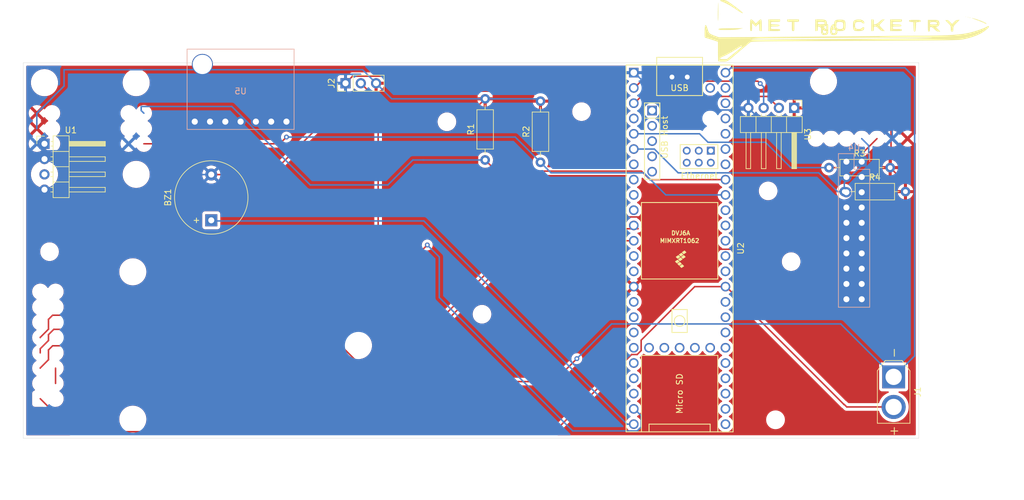
<source format=kicad_pcb>
(kicad_pcb (version 20211014) (generator pcbnew)
  (layers (0 "F.Cu" signal) (31 "B.Cu" signal) (34 "B.Paste" user) (35 "F.Paste" user) (36 "B.SilkS" user "B.Silkscreen") (37 "F.SilkS" user "F.Silkscreen") (38 "B.Mask" user) (39 "F.Mask" user) (44 "Edge.Cuts" user))
  (net 0 "")
  (net 1 "GND")
  (net 2 "VCC")
  (net 3 "T_VCC")
  (net 4 "Net-(R1-Pad1)")
  (net 5 "Net-(R2-Pad1)")
  (net 6 "SCL1")
  (net 7 "SDA1")
  (net 8 "TX2")
  (net 9 "RX2")
  (net 10 "TX1")
  (net 11 "unconnected-(U2-Pad2)")
  (net 12 "unconnected-(U2-Pad3)")
  (net 15 "unconnected-(U2-Pad11)")
  (net 16 "unconnected-(U2-Pad12)")
  (net 17 "T_GND")
  (net 31 "unconnected-(U2-Pad34)")
  (net 42 "Net-(BZ1-Pad1)")
  (net 43 "Net-(J2-Pad2)")
  (net 49 "RX1")
  (footprint "Resistor_THT:R_Axial_DIN0207_L6.3mm_D2.5mm_P10.16mm_Horizontal" (layer "F.Cu") (at 104.446234 38.485526 90)
    (fp_text reference "R2" (at 5.08 -2.37 90) (layer "F.SilkS"))
    (fp_text value "Pull up")
    (pad "1" thru_hole circle (at 0 0 90) (size 1.6 1.6) (drill 0.8) (layers *.Cu *.Mask) (net 5 "Net-(R2-Pad1)"))
    (pad "2" thru_hole oval (at 10.16 0 90) (size 1.6 1.6) (drill 0.8) (layers *.Cu *.Mask) (net 3 "T_VCC"))
  )
  (footprint "Connector_PinHeader_2.54mm:PinHeader_1x04_P2.54mm_Horizontal" (layer "F.Cu") (at 22.015392 35.411575)
    (fp_text reference "U1" (at 4.385 -2.27) (layer "F.SilkS"))
    (fp_text value "iridium9602")
    (pad "1" thru_hole rect (at 0 0) (size 1.7 1.7) (drill 1) (layers *.Cu *.Mask) (net 3 "T_VCC"))
    (pad "2" thru_hole oval (at 0 2.54) (size 1.7 1.7) (drill 1) (layers *.Cu *.Mask) (net 8 "TX2"))
    (pad "3" thru_hole oval (at 0 5.08) (size 1.7 1.7) (drill 1) (layers *.Cu *.Mask) (net 9 "RX2"))
    (pad "4" thru_hole oval (at 0 7.62) (size 1.7 1.7) (drill 1) (layers *.Cu *.Mask) (net 1 "GND"))
  )
  (footprint "Resistor_THT:R_Axial_DIN0207_L6.3mm_D2.5mm_P10.16mm_Horizontal" (layer "F.Cu") (at 152.4 39.37)
    (fp_text reference "R3" (at 5.08 -2.37) (layer "F.SilkS"))
    (fp_text value "Pull up")
    (pad "1" thru_hole circle (at 0 0) (size 1.6 1.6) (drill 0.8) (layers *.Cu *.Mask) (net 6 "SCL1"))
    (pad "2" thru_hole oval (at 10.16 0) (size 1.6 1.6) (drill 0.8) (layers *.Cu *.Mask) (net 3 "T_VCC"))
  )
  (footprint "Resistor_THT:R_Axial_DIN0207_L6.3mm_D2.5mm_P10.16mm_Horizontal" (layer "F.Cu") (at 154.94 43.36056)
    (fp_text reference "R4" (at 5.08 -2.37) (layer "F.SilkS"))
    (fp_text value "Pull up")
    (pad "1" thru_hole circle (at 0 0) (size 1.6 1.6) (drill 0.8) (layers *.Cu *.Mask) (net 7 "SDA1"))
    (pad "2" thru_hole oval (at 10.16 0) (size 1.6 1.6) (drill 0.8) (layers *.Cu *.Mask) (net 3 "T_VCC"))
  )
  (footprint "Resistor_THT:R_Axial_DIN0207_L6.3mm_D2.5mm_P10.16mm_Horizontal" (layer "F.Cu") (at 95.25 38.1 90)
    (fp_text reference "R1" (at 5.08 -2.37 90) (layer "F.SilkS"))
    (fp_text value "Pull up")
    (pad "1" thru_hole circle (at 0 0 90) (size 1.6 1.6) (drill 0.8) (layers *.Cu *.Mask) (net 4 "Net-(R1-Pad1)"))
    (pad "2" thru_hole oval (at 10.16 0 90) (size 1.6 1.6) (drill 0.8) (layers *.Cu *.Mask) (net 3 "T_VCC"))
  )
  (footprint "Connector_AMASS:AMASS_XT30U-F_1x02_P5.0mm_Vertical" (layer "F.Cu") (at 163.139453 74.147704 -90)
    (fp_text reference "J1" (at 2.5 -4 90) (layer "F.SilkS"))
    (fp_text value "Voltage Regulator Input")
    (fp_text user "-" (at -4 0 90) (layer "F.SilkS") (effects (font (size 1.5 1.5))))
    (fp_text user "+" (at 9 0 90) (layer "F.SilkS") (effects (font (size 1.5 1.5))))
    (pad "1" thru_hole rect (at 0 0 270) (size 3.8 3.8) (drill 2.7) (layers *.Cu *.Mask) (net 2 "VCC"))
    (pad "2" thru_hole circle (at 5 0 270) (size 4 4) (drill 2.7) (layers *.Cu *.Mask) (net 1 "GND"))
  )
  (footprint "teensy:Teensy41" (layer "F.Cu") (at 127.570947 52.797101 -90)
    (fp_text reference "U2" (at 0 -10.16 -90) (layer "F.SilkS"))
    (fp_text value "DEV-16771")
    (fp_text user "Ethernet" (at -12.065 -3.2766) (layer "F.SilkS"))
    (fp_text user "MIMXRT1062" (at -1.27 0 -180) (layer "F.SilkS") (effects (font (size 0.7 0.7))))
    (fp_text user "USB" (at -26.67 0 180) (layer "F.SilkS"))
    (fp_text user "DVJ6A" (at -2.54 -0.18 -180) (layer "F.SilkS") (effects (font (size 0.7 0.7))))
    (fp_text user "Micro SD" (at 24.13 0 -90) (layer "F.SilkS"))
    (fp_text user "USB Host" (at -18.4658 2.4892 -90) (layer "F.SilkS"))
    (pad "1" thru_hole rect (at -29.21 7.62 270) (size 1.6 1.6) (drill 1.1) (layers *.Cu *.Mask) (net 10 "TX1"))
    (pad "2" thru_hole circle (at -26.67 7.62 270) (size 1.6 1.6) (drill 1.1) (layers *.Cu *.Mask) (net 11 "unconnected-(U2-Pad2)"))
    (pad "3" thru_hole circle (at -24.13 7.62 270) (size 1.6 1.6) (drill 1.1) (layers *.Cu *.Mask) (net 12 "unconnected-(U2-Pad3)"))
    (pad "4" thru_hole circle (at -21.59 7.62 270) (size 1.6 1.6) (drill 1.1) (layers *.Cu *.Mask))
    (pad "5" thru_hole circle (at -19.05 7.62 270) (size 1.6 1.6) (drill 1.1) (layers *.Cu *.Mask))
    (pad "6" thru_hole circle (at -16.51 7.62 270) (size 1.6 1.6) (drill 1.1) (layers *.Cu *.Mask))
    (pad "7" thru_hole circle (at -13.97 7.62 270) (size 1.6 1.6) (drill 1.1) (layers *.Cu *.Mask) (net 9 "RX2"))
    (pad "8" thru_hole circle (at -11.43 7.62 270) (size 1.6 1.6) (drill 1.1) (layers *.Cu *.Mask) (net 8 "TX2"))
    (pad "9" thru_hole circle (at -8.89 7.62 270) (size 1.6 1.6) (drill 1.1) (layers *.Cu *.Mask))
    (pad "10" thru_hole circle (at -6.35 7.62 270) (size 1.6 1.6) (drill 1.1) (layers *.Cu *.Mask))
    (pad "11" thru_hole circle (at -3.81 7.62 270) (size 1.6 1.6) (drill 1.1) (layers *.Cu *.Mask) (net 15 "unconnected-(U2-Pad11)"))
    (pad "12" thru_hole circle (at -1.27 7.62 270) (size 1.6 1.6) (drill 1.1) (layers *.Cu *.Mask) (net 16 "unconnected-(U2-Pad12)"))
    (pad "13" thru_hole circle (at 1.27 7.62 270) (size 1.6 1.6) (drill 1.1) (layers *.Cu *.Mask))
    (pad "14" thru_hole circle (at 3.81 7.62 270) (size 1.6 1.6) (drill 1.1) (layers *.Cu *.Mask))
    (pad "15" thru_hole circle (at 6.35 7.62 270) (size 1.6 1.6) (drill 1.1) (layers *.Cu *.Mask))
    (pad "16" thru_hole circle (at 8.89 7.62 270) (size 1.6 1.6) (drill 1.1) (layers *.Cu *.Mask) (net 6 "SCL1"))
    (pad "17" thru_hole circle (at 11.43 7.62 270) (size 1.6 1.6) (drill 1.1) (layers *.Cu *.Mask) (net 7 "SDA1"))
    (pad "18" thru_hole circle (at 13.97 7.62 270) (size 1.6 1.6) (drill 1.1) (layers *.Cu *.Mask) (net 5 "Net-(R2-Pad1)"))
    (pad "19" thru_hole circle (at 16.51 7.62 270) (size 1.6 1.6) (drill 1.1) (layers *.Cu *.Mask) (net 4 "Net-(R1-Pad1)"))
    (pad "20" thru_hole circle (at 19.05 7.62 270) (size 1.6 1.6) (drill 1.1) (layers *.Cu *.Mask))
    (pad "21" thru_hole circle (at 21.59 7.62 270) (size 1.6 1.6) (drill 1.1) (layers *.Cu *.Mask))
    (pad "22" thru_hole circle (at 24.13 7.62 270) (size 1.6 1.6) (drill 1.1) (layers *.Cu *.Mask))
    (pad "23" thru_hole circle (at 26.67 7.62 270) (size 1.6 1.6) (drill 1.1) (layers *.Cu *.Mask) (net 43 "Net-(J2-Pad2)"))
    (pad "24" thru_hole circle (at 29.21 7.62 270) (size 1.6 1.6) (drill 1.1) (layers *.Cu *.Mask))
    (pad "25" thru_hole circle (at 29.21 -7.62 270) (size 1.6 1.6) (drill 1.1) (layers *.Cu *.Mask))
    (pad "26" thru_hole circle (at 26.67 -7.62 270) (size 1.6 1.6) (drill 1.1) (layers *.Cu *.Mask))
    (pad "27" thru_hole circle (at 24.13 -7.62 270) (size 1.6 1.6) (drill 1.1) (layers *.Cu *.Mask))
    (pad "28" thru_hole circle (at 21.59 -7.62 270) (size 1.6 1.6) (drill 1.1) (layers *.Cu *.Mask))
    (pad "29" thru_hole circle (at 19.05 -7.62 270) (size 1.6 1.6) (drill 1.1) (layers *.Cu *.Mask))
    (pad "30" thru_hole circle (at 16.51 -7.62 270) (size 1.6 1.6) (drill 1.1) (layers *.Cu *.Mask))
    (pad "31" thru_hole circle (at 13.97 -7.62 270) (size 1.6 1.6) (drill 1.1) (layers *.Cu *.Mask))
    (pad "32" thru_hole circle (at 11.43 -7.62 270) (size 1.6 1.6) (drill 1.1) (layers *.Cu *.Mask))
    (pad "33" thru_hole circle (at 8.89 -7.62 270) (size 1.6 1.6) (drill 1.1) (layers *.Cu *.Mask))
    (pad "34" thru_hole circle (at 6.35 -7.62 270) (size 1.6 1.6) (drill 1.1) (layers *.Cu *.Mask) (net 31 "unconnected-(U2-Pad34)"))
    (pad "35" thru_hole circle (at 3.81 -7.62 270) (size 1.6 1.6) (drill 1.1) (layers *.Cu *.Mask))
    (pad "36" thru_hole circle (at 1.27 -7.62 270) (size 1.6 1.6) (drill 1.1) (layers *.Cu *.Mask))
    (pad "37" thru_hole circle (at -1.27 -7.62 270) (size 1.6 1.6) (drill 1.1) (layers *.Cu *.Mask))
    (pad "38" thru_hole circle (at -3.81 -7.62 270) (size 1.6 1.6) (drill 1.1) (layers *.Cu *.Mask))
    (pad "39" thru_hole circle (at -6.35 -7.62 270) (size 1.6 1.6) (drill 1.1) (layers *.Cu *.Mask))
    (pad "40" thru_hole circle (at -8.89 -7.62 270) (size 1.6 1.6) (drill 1.1) (layers *.Cu *.Mask))
    (pad "41" thru_hole circle (at -11.43 -7.62 270) (size 1.6 1.6) (drill 1.1) (layers *.Cu *.Mask) (net 42 "Net-(BZ1-Pad1)"))
    (pad "42" thru_hole circle (at -13.97 -7.62 270) (size 1.6 1.6) (drill 1.1) (layers *.Cu *.Mask))
    (pad "43" thru_hole circle (at -16.51 -7.62 270) (size 1.6 1.6) (drill 1.1) (layers *.Cu *.Mask))
    (pad "44" thru_hole circle (at -19.05 -7.62 270) (size 1.6 1.6) (drill 1.1) (layers *.Cu *.Mask))
    (pad "45" thru_hole circle (at -21.59 -7.62 270) (size 1.6 1.6) (drill 1.1) (layers *.Cu *.Mask))
    (pad "46" thru_hole circle (at -24.13 -7.62 270) (size 1.6 1.6) (drill 1.1) (layers *.Cu *.Mask))
    (pad "47" thru_hole circle (at -26.67 -7.62 270) (size 1.6 1.6) (drill 1.1) (layers *.Cu *.Mask))
    (pad "48" thru_hole circle (at -29.21 -7.62 270) (size 1.6 1.6) (drill 1.1) (layers *.Cu *.Mask))
    (pad "49" thru_hole circle (at -26.67 -5.08 270) (size 1.6 1.6) (drill 1.1) (layers *.Cu *.Mask))
    (pad "50" thru_hole circle (at 16.51 5.08 270) (size 1.6 1.6) (drill 1.1) (layers *.Cu *.Mask))
    (pad "51" thru_hole circle (at 16.51 2.54 270) (size 1.6 1.6) (drill 1.1) (layers *.Cu *.Mask))
    (pad "52" thru_hole circle (at 16.51 0 270) (size 1.6 1.6) (drill 1.1) (layers *.Cu *.Mask))
    (pad "53" thru_hole circle (at 16.51 -2.54 270) (size 1.6 1.6) (drill 1.1) (layers *.Cu *.Mask))
    (pad "54" thru_hole circle (at 16.51 -5.08 270) (size 1.6 1.6) (drill 1.1) (layers *.Cu *.Mask))
    (pad "55" thru_hole rect (at -22.9108 4.5692 270) (size 1.6 1.6) (drill 1.1) (layers *.Cu *.Mask))
    (pad "56" thru_hole circle (at -20.3708 4.5692 270) (size 1.6 1.6) (drill 1.1) (layers *.Cu *.Mask))
    (pad "57" thru_hole circle (at -17.8308 4.5692 270) (size 1.6 1.6) (drill 1.1) (layers *.Cu *.Mask))
    (pad "58" thru_hole circle (at -15.2908 4.5692 270) (size 1.6 1.6) (drill 1.1) (layers *.Cu *.Mask))
    (pad "59" thru_hole circle (at -12.7508 4.5692 270) (size 1.6 1.6) (drill 1.1) (layers *.Cu *.Mask))
    (pad "60" thru_hole rect (at -16.24 -5.1816 270) (size 1.3 1.3) (drill 0.8) (layers *.Cu *.Mask))
    (pad "61" thru_hole circle (at -16.24 -3.1816 270) (size 1.3 1.3) (drill 0.8) (layers *.Cu *.Mask))
    (pad "62" thru_hole circle (at -16.24 -1.1816 270) (size 1.3 1.3) (drill 0.8) (layers *.Cu *.Mask))
    (pad "63" thru_hole circle (at -14.24 -1.1816 270) (size 1.3 1.3) (drill 0.8) (layers *.Cu *.Mask))
    (pad "64" thru_hole circle (at -14.24 -3.1816 270) (size 1.3 1.3) (drill 0.8) (layers *.Cu *.Mask))
    (pad "65" thru_hole circle (at -14.24 -5.1816 270) (size 1.3 1.3) (drill 0.8) (layers *.Cu *.Mask))
    (pad "66" thru_hole circle (at -28.48 -1.27 270) (size 1.3 1.3) (drill 0.8) (layers *.Cu *.Mask))
    (pad "67" thru_hole circle (at -28.48 1.27 270) (size 1.3 1.3) (drill 0.8) (layers *.Cu *.Mask))
  )
  (footprint "Connector_PinHeader_2.54mm:PinHeader_1x03_P2.54mm_Vertical" (layer "F.Cu") (at 72.046305 25.348094 90)
    (fp_text reference "J2" (at 0 -2.33 90) (layer "F.SilkS"))
    (fp_text value "Conn_01x03_Male")
    (pad "1" thru_hole rect (at 0 0 90) (size 1.7 1.7) (drill 1) (layers *.Cu *.Mask) (net 17 "T_GND"))
    (pad "2" thru_hole oval (at 0 2.54 90) (size 1.7 1.7) (drill 1) (layers *.Cu *.Mask) (net 43 "Net-(J2-Pad2)"))
    (pad "3" thru_hole oval (at 0 5.08 90) (size 1.7 1.7) (drill 1) (layers *.Cu *.Mask) (net 3 "T_VCC"))
  )
  (footprint "Buzzer_Beeper:Buzzer_12x9.5RM7.6" (layer "F.Cu") (at 49.734966 48.126791 90)
    (fp_text reference "BZ1" (at 3.8 -7.2 90) (layer "F.SilkS"))
    (fp_text value "Buzzer")
    (fp_text user "+" (at -0.01 -2.54 90) (layer "F.SilkS"))
    (pad "1" thru_hole rect (at 0 0 90) (size 2 2) (drill 1) (layers *.Cu *.Mask) (net 42 "Net-(BZ1-Pad1)"))
    (pad "2" thru_hole circle (at 7.6 0 90) (size 2 2) (drill 1) (layers *.Cu *.Mask) (net 17 "T_GND"))
  )
  (footprint "Connector_PinHeader_2.54mm:PinHeader_1x04_P2.54mm_Horizontal" (layer "F.Cu") (at 146.614593 29.445319 -90)
    (fp_text reference "U3" (at 4.385 -2.27 90) (layer "F.SilkS"))
    (fp_text value "BN220-GPS")
    (pad "1" thru_hole rect (at 0 0 270) (size 1.7 1.7) (drill 1) (layers *.Cu *.Mask) (net 3 "T_VCC"))
    (pad "2" thru_hole oval (at 0 2.54 270) (size 1.7 1.7) (drill 1) (layers *.Cu *.Mask) (net 10 "TX1"))
    (pad "3" thru_hole oval (at 0 5.08 270) (size 1.7 1.7) (drill 1) (layers *.Cu *.Mask) (net 49 "RX1"))
    (pad "4" thru_hole oval (at 0 7.62 270) (size 1.7 1.7) (drill 1) (layers *.Cu *.Mask) (net 17 "T_GND"))
  )
  (footprint "logo:RRC_logo" (layer "F.Cu") (at 152.4 16.51)
    (fp_text reference "U6" (at 0 0) (layer "F.SilkS") (effects (font (size 1.524 1.524) (thickness 0.3))))
    (fp_text value "logo" hide)
  )
  (footprint "Connector_PinHeader_2.54mm:PinHeader_2x10_P2.54mm_Vertical" (layer "B.Cu") (at 157.831736 38.38434 180)
    (fp_text reference "U4" (at 1.27 2.33) (layer "B.SilkS") (effects (justify mirror)))
    (fp_text value "ICM-20948")
    (pad "1" thru_hole rect (at 0 0 180) (size 1.7 1.7) (drill 1) (layers *.Cu *.Mask))
    (pad "2" thru_hole oval (at 2.54 0 180) (size 1.7 1.7) (drill 1) (layers *.Cu *.Mask))
    (pad "3" thru_hole oval (at 0 -2.54 180) (size 1.7 1.7) (drill 1) (layers *.Cu *.Mask))
    (pad "4" thru_hole oval (at 2.54 -2.54 180) (size 1.7 1.7) (drill 1) (layers *.Cu *.Mask))
    (pad "5" thru_hole oval (at 0 -5.08 180) (size 1.7 1.7) (drill 1) (layers *.Cu *.Mask))
    (pad "6" thru_hole oval (at 2.54 -5.08 180) (size 1.7 1.7) (drill 1) (layers *.Cu *.Mask))
    (pad "7" thru_hole oval (at 0 -7.62 180) (size 1.7 1.7) (drill 1) (layers *.Cu *.Mask))
    (pad "8" thru_hole oval (at 2.54 -7.62 180) (size 1.7 1.7) (drill 1) (layers *.Cu *.Mask) (net 3 "T_VCC"))
    (pad "9" thru_hole oval (at 0 -10.16 180) (size 1.7 1.7) (drill 1) (layers *.Cu *.Mask))
    (pad "10" thru_hole oval (at 2.54 -10.16 180) (size 1.7 1.7) (drill 1) (layers *.Cu *.Mask))
    (pad "11" thru_hole oval (at 0 -12.7 180) (size 1.7 1.7) (drill 1) (layers *.Cu *.Mask))
    (pad "12" thru_hole oval (at 2.54 -12.7 180) (size 1.7 1.7) (drill 1) (layers *.Cu *.Mask))
    (pad "13" thru_hole oval (at 0 -15.24 180) (size 1.7 1.7) (drill 1) (layers *.Cu *.Mask) (net 3 "T_VCC"))
    (pad "14" thru_hole oval (at 2.54 -15.24 180) (size 1.7 1.7) (drill 1) (layers *.Cu *.Mask))
    (pad "15" thru_hole oval (at 0 -17.78 180) (size 1.7 1.7) (drill 1) (layers *.Cu *.Mask))
    (pad "16" thru_hole oval (at 2.54 -17.78 180) (size 1.7 1.7) (drill 1) (layers *.Cu *.Mask))
    (pad "17" thru_hole oval (at 0 -20.32 180) (size 1.7 1.7) (drill 1) (layers *.Cu *.Mask))
    (pad "18" thru_hole oval (at 2.54 -20.32 180) (size 1.7 1.7) (drill 1) (layers *.Cu *.Mask) (net 17 "T_GND"))
    (pad "19" thru_hole oval (at 0 -22.86 180) (size 1.7 1.7) (drill 1) (layers *.Cu *.Mask) (net 17 "T_GND"))
    (pad "20" thru_hole oval (at 2.54 -22.86 180) (size 1.7 1.7) (drill 1) (layers *.Cu *.Mask) (net 17 "T_GND"))
  )
  (footprint "ms5611:1x07" (layer "B.Cu") (at 54.61 35.56 180)
    (fp_text reference "U5" (at 0 8.89) (layer "B.SilkS") (effects (justify mirror)))
    (fp_text value "MS5611")
    (pad "" thru_hole circle locked (at 6.35 13.335 180) (size 3.5 3.5) (drill 3.2) (layers *.Cu *.Mask))
    (pad "1" thru_hole circle locked (at -7.62 3.83 270) (size 1.7 1.7) (drill 1.02) (layers *.Cu *.Mask) (net 3 "T_VCC"))
    (pad "2" thru_hole circle locked (at -5.08 3.83 270) (size 1.7 1.7) (drill 1.02) (layers *.Cu *.Mask) (net 17 "T_GND"))
    (pad "3" thru_hole circle locked (at -2.54 3.83 270) (size 1.7 1.7) (drill 1.02) (layers *.Cu *.Mask) (net 6 "SCL1"))
    (pad "4" thru_hole circle locked (at 0 3.83 270) (size 1.7 1.7) (drill 1.02) (layers *.Cu *.Mask) (net 7 "SDA1"))
    (pad "5" thru_hole circle locked (at 2.54 3.83 270) (size 1.7 1.7) (drill 1.02) (layers *.Cu *.Mask))
    (pad "6" thru_hole circle locked (at 5.08 3.83 270) (size 1.7 1.7) (drill 1.02) (layers *.Cu *.Mask))
    (pad "7" thru_hole circle locked (at 7.62 3.83 270) (size 1.7 1.7) (drill 1.02) (layers *.Cu *.Mask))
  )
  (gr_rect (start 18.486196 21.926715) (end 167.332551 84.359504) (layer "Edge.Cuts") (width 0.05) (fill none))
  (segment (start 23.855623 72.697113) (end 23.855623 75.237113) (width 0.25) (layer "F.Cu") (net 0))
  (segment (start 22.681112 69.670614) (end 23.369124 68.982602) (width 0.25) (layer "F.Cu") (net 2))
  (segment (start 71.311449 68.982602) (end 77.258847 74.93) (width 0.25) (layer "F.Cu") (net 2))
  (segment (start 21.315623 72.664377) (end 22.681112 71.298888) (width 0.25) (layer "F.Cu") (net 2))
  (segment (start 106.68 74.93) (end 110.49 71.12) (width 0.25) (layer "F.Cu") (net 2))
  (segment (start 21.315623 72.697113) (end 21.315623 72.664377) (width 0.25) (layer "F.Cu") (net 2))
  (segment (start 23.369124 68.982602) (end 71.311449 68.982602) (width 0.25) (layer "F.Cu") (net 2))
  (segment (start 22.681112 71.298888) (end 22.681112 69.670614) (width 0.25) (layer "F.Cu") (net 2))
  (segment (start 77.258847 74.93) (end 106.68 74.93) (width 0.25) (layer "F.Cu") (net 2))
  (via (at 110.49 71.12) (size 0.8) (drill 0.4) (layers "F.Cu" "B.Cu") (net 2))
  (segment (start 136.094645 22.787103) (end 165.027103 22.787103) (width 0.25) (layer "B.Cu") (net 2))
  (segment (start 165.027103 22.787103) (end 166.626247 24.386247) (width 0.25) (layer "B.Cu") (net 2))
  (segment (start 135.294646 23.587102) (end 136.094645 22.787103) (width 0.25) (layer "B.Cu") (net 2))
  (segment (start 116.258387 65.351613) (end 110.49 71.12) (width 0.25) (layer "B.Cu") (net 2))
  (segment (start 154.343362 65.351613) (end 116.258387 65.351613) (width 0.25) (layer "B.Cu") (net 2))
  (segment (start 166.626247 24.386247) (end 166.626247 70.66091) (width 0.25) (layer "B.Cu") (net 2))
  (segment (start 163.139453 74.147704) (end 154.343362 65.351613) (width 0.25) (layer "B.Cu") (net 2))
  (segment (start 166.626247 70.66091) (end 163.139453 74.147704) (width 0.25) (layer "B.Cu") (net 2))
  (segment (start 126.259157 52.942591) (end 120.888179 47.571613) (width 0.25) (layer "F.Cu") (net 3))
  (segment (start 161.525319 29.445319) (end 162.706034 30.626034) (width 0.25) (layer "F.Cu") (net 3))
  (segment (start 162.706034 30.626034) (end 162.706034 39.223966) (width 0.25) (layer "F.Cu") (net 3))
  (segment (start 137.557409 52.942591) (end 126.259157 52.942591) (width 0.25) (layer "F.Cu") (net 3))
  (segment (start 93.98 29.21) (end 95.25 27.94) (width 0.25) (layer "F.Cu") (net 3))
  (segment (start 162.706034 39.223966) (end 162.56 39.37) (width 0.25) (layer "F.Cu") (net 3))
  (segment (start 162.706034 31.808638) (end 165.451736 34.55434) (width 0.25) (layer "F.Cu") (net 3))
  (segment (start 165.1 41.91) (end 162.56 39.37) (width 0.25) (layer "F.Cu") (net 3))
  (segment (start 121.92 57.281748) (end 120.054646 59.147102) (width 0.25) (layer "F.Cu") (net 3))
  (segment (start 146.614593 29.445319) (end 161.525319 29.445319) (width 0.25) (layer "F.Cu") (net 3))
  (segment (start 93.98 39.37) (end 93.98 29.21) (width 0.25) (layer "F.Cu") (net 3))
  (segment (start 126.259157 52.942591) (end 120.054646 59.147102) (width 0.25) (layer "F.Cu") (net 3))
  (segment (start 102.181613 47.571613) (end 93.98 39.37) (width 0.25) (layer "F.Cu") (net 3))
  (segment (start 165.1 43.36056) (end 165.1 41.91) (width 0.25) (layer "F.Cu") (net 3))
  (segment (start 162.706034 30.626034) (end 162.706034 31.808638) (width 0.25) (layer "F.Cu") (net 3))
  (segment (start 146.614593 29.445319) (end 146.614593 43.885407) (width 0.25) (layer "F.Cu") (net 3))
  (segment (start 120.888179 47.571613) (end 102.181613 47.571613) (width 0.25) (layer "F.Cu") (net 3))
  (segment (start 146.614593 43.885407) (end 137.557409 52.942591) (width 0.25) (layer "F.Cu") (net 3))
  (segment (start 74.871228 23.093017) (end 25.26825 23.093017) (width 0.25) (layer "B.Cu") (net 3))
  (segment (start 25.26825 23.093017) (end 25.26825 25.808717) (width 0.25) (layer "B.Cu") (net 3))
  (segment (start 104.060708 27.94) (end 104.446234 28.325526) (width 0.25) (layer "B.Cu") (net 3))
  (segment (start 95.25 27.94) (end 79.718211 27.94) (width 0.25) (layer "B.Cu") (net 3))
  (segment (start 20.745392 30.331575) (end 20.745392 32.871575) (width 0.25) (layer "B.Cu") (net 3))
  (segment (start 95.25 27.94) (end 104.060708 27.94) (width 0.25) (layer "B.Cu") (net 3))
  (segment (start 25.26825 25.808717) (end 20.745392 30.331575) (width 0.25) (layer "B.Cu") (net 3))
  (segment (start 79.718211 27.94) (end 77.126305 25.348094) (width 0.25) (layer "B.Cu") (net 3))
  (segment (start 77.126305 25.348094) (end 74.871228 23.093017) (width 0.25) (layer "B.Cu") (net 3))
  (segment (start 61.108425 35.411575) (end 62.23 34.29) (width 0.25) (layer "F.Cu") (net 5))
  (segment (start 38.533392 35.411575) (end 61.108425 35.411575) (width 0.25) (layer "F.Cu") (net 5))
  (via (at 62.23 34.29) (size 0.8) (drill 0.4) (layers "F.Cu" "B.Cu") (net 5))
  (segment (start 125.274346 43.907102) (end 135.294646 43.907102) (width 0.25) (layer "B.Cu") (net 5))
  (segment (start 104.446234 38.485526) (end 100.250708 34.29) (width 0.25) (layer "B.Cu") (net 5))
  (segment (start 104.446234 38.485526) (end 106.203299 40.242591) (width 0.25) (layer "B.Cu") (net 5))
  (segment (start 100.250708 34.29) (end 62.23 34.29) (width 0.25) (layer "B.Cu") (net 5))
  (segment (start 106.203299 40.242591) (end 121.609835 40.242591) (width 0.25) (layer "B.Cu") (net 5))
  (segment (start 121.609835 40.242591) (end 125.274346 43.907102) (width 0.25) (layer "B.Cu") (net 5))
  (segment (start 156.468601 38.457475) (end 160.371736 34.55434) (width 0.25) (layer "F.Cu") (net 7))
  (segment (start 156.468601 39.37) (end 156.468601 38.457475) (width 0.25) (layer "F.Cu") (net 7))
  (segment (start 152.4 39.37) (end 156.468601 39.37) (width 0.25) (layer "F.Cu") (net 7))
  (segment (start 154.94 41.91) (end 158.991523 37.858477) (width 0.25) (layer "B.Cu") (net 7))
  (segment (start 154.94 43.36056) (end 154.94 41.91) (width 0.25) (layer "B.Cu") (net 7))
  (segment (start 157.831736 34.55434) (end 158.991523 35.714127) (width 0.25) (layer "B.Cu") (net 7))
  (segment (start 150.690661 40.242591) (end 153.80863 43.36056) (width 0.25) (layer "B.Cu") (net 7))
  (segment (start 132.288857 35.162591) (end 141.842591 35.162591) (width 0.25) (layer "B.Cu") (net 7))
  (segment (start 120.054646 33.747102) (end 130.873368 33.747102) (width 0.25) (layer "B.Cu") (net 7))
  (segment (start 130.873368 33.747102) (end 132.288857 35.162591) (width 0.25) (layer "B.Cu") (net 7))
  (segment (start 123.374946 36.287102) (end 127.330435 40.242591) (width 0.25) (layer "B.Cu") (net 7))
  (segment (start 153.80863 43.36056) (end 154.94 43.36056) (width 0.25) (layer "B.Cu") (net 7))
  (segment (start 120.054646 36.287102) (end 123.374946 36.287102) (width 0.25) (layer "B.Cu") (net 7))
  (segment (start 141.842591 35.162591) (end 146.05 39.37) (width 0.25) (layer "B.Cu") (net 7))
  (segment (start 158.991523 35.714127) (end 158.991523 37.858477) (width 0.25) (layer "B.Cu") (net 7))
  (segment (start 146.05 39.37) (end 152.4 39.37) (width 0.25) (layer "B.Cu") (net 7))
  (segment (start 150.690661 40.242591) (end 127.330435 40.242591) (width 0.25) (layer "B.Cu") (net 7))
  (segment (start 140.572591 25.002591) (end 140.97 25.4) (width 0.25) (layer "F.Cu") (net 11))
  (segment (start 121.179157 25.002591) (end 140.572591 25.002591) (width 0.25) (layer "F.Cu") (net 11))
  (segment (start 120.054646 26.127102) (end 121.179157 25.002591) (width 0.25) (layer "F.Cu") (net 11))
  (via (at 140.97 25.4) (size 0.8) (drill 0.4) (layers "F.Cu" "B.Cu") (net 11))
  (segment (start 141.534593 29.445319) (end 141.534593 25.964593) (width 0.25) (layer "B.Cu") (net 11))
  (segment (start 141.534593 25.964593) (end 140.97 25.4) (width 0.25) (layer "B.Cu") (net 11))
  (segment (start 121.179157 27.542591) (end 120.054646 28.667102) (width 0.25) (layer "F.Cu") (net 12))
  (segment (start 142.171865 27.542591) (end 121.179157 27.542591) (width 0.25) (layer "F.Cu") (net 12))
  (segment (start 144.074593 29.445319) (end 142.171865 27.542591) (width 0.25) (layer "F.Cu") (net 12))
  (segment (start 22.681112 64.590614) (end 23.369124 63.902602) (width 0.25) (layer "F.Cu") (net 15))
  (segment (start 22.681112 66.218888) (end 22.681112 64.590614) (width 0.25) (layer "F.Cu") (net 15))
  (segment (start 88.497398 63.902602) (end 102.87 49.53) (width 0.25) (layer "F.Cu") (net 15))
  (segment (start 120.65 49.53) (end 120.107102 48.987102) (width 0.25) (layer "F.Cu") (net 15))
  (segment (start 120.107102 48.987102) (end 120.054646 48.987102) (width 0.25) (layer "F.Cu") (net 15))
  (segment (start 21.315623 67.584377) (end 22.681112 66.218888) (width 0.25) (layer "F.Cu") (net 15))
  (segment (start 21.315623 67.617113) (end 21.315623 67.584377) (width 0.25) (layer "F.Cu") (net 15))
  (segment (start 102.87 49.53) (end 120.65 49.53) (width 0.25) (layer "F.Cu") (net 15))
  (segment (start 23.369124 63.902602) (end 88.497398 63.902602) (width 0.25) (layer "F.Cu") (net 15))
  (segment (start 113.03 54.61) (end 114.3 55.88) (width 0.25) (layer "F.Cu") (net 16))
  (segment (start 99.06 54.61) (end 113.03 54.61) (width 0.25) (layer "F.Cu") (net 16))
  (segment (start 23.560102 66.251624) (end 87.418376 66.251624) (width 0.25) (layer "F.Cu") (net 16))
  (segment (start 22.681112 67.130614) (end 23.560102 66.251624) (width 0.25) (layer "F.Cu") (net 16))
  (segment (start 21.315623 70.157113) (end 21.315623 69.469101) (width 0.25) (layer "F.Cu") (net 16))
  (segment (start 22.681112 68.103612) (end 22.681112 67.130614) (width 0.25) (layer "F.Cu") (net 16))
  (segment (start 87.418376 66.251624) (end 99.06 54.61) (width 0.25) (layer "F.Cu") (net 16))
  (segment (start 118.652898 51.527102) (end 120.054646 51.527102) (width 0.25) (layer "F.Cu") (net 16))
  (segment (start 21.315623 69.469101) (end 22.681112 68.103612) (width 0.25) (layer "F.Cu") (net 16))
  (segment (start 114.3 55.88) (end 118.652898 51.527102) (width 0.25) (layer "F.Cu") (net 16))
  (segment (start 82.55 26.67) (end 80.053583 24.173583) (width 0.25) (layer "F.Cu") (net 17))
  (segment (start 49.734966 40.526791) (end 59.611481 40.526791) (width 0.25) (layer "F.Cu") (net 17))
  (segment (start 117.382898 23.587102) (end 120.054646 23.587102) (width 0.25) (layer "F.Cu") (net 17))
  (segment (start 80.053583 24.173583) (end 73.220816 24.173583) (width 0.25) (layer "F.Cu") (net 17))
  (segment (start 82.55 26.67) (end 114.3 26.67) (width 0.25) (layer "F.Cu") (net 17))
  (segment (start 59.611481 40.526791) (end 72.046305 28.091967) (width 0.25) (layer "F.Cu") (net 17))
  (segment (start 72.046305 28.091967) (end 72.046305 25.348094) (width 0.25) (layer "F.Cu") (net 17))
  (segment (start 114.3 26.67) (end 117.382898 23.587102) (width 0.25) (layer "F.Cu") (net 17))
  (segment (start 73.220816 24.173583) (end 72.046305 25.348094) (width 0.25) (layer "F.Cu") (net 17))
  (segment (start 138.994593 29.445319) (end 138.648299 29.791613) (width 0.25) (layer "B.Cu") (net 17))
  (segment (start 41.108608 40.526791) (end 49.734966 40.526791) (width 0.25) (layer "B.Cu") (net 17))
  (segment (start 142.681841 33.132567) (end 138.994593 29.445319) (width 0.25) (layer "B.Cu") (net 17))
  (segment (start 35.993392 35.411575) (end 41.108608 40.526791) (width 0.25) (layer "B.Cu") (net 17))
  (segment (start 162.897012 33.132567) (end 142.681841 33.132567) (width 0.25) (layer "B.Cu") (net 17))
  (segment (start 162.911736 33.147291) (end 162.911736 34.55434) (width 0.25) (layer "B.Cu") (net 17))
  (segment (start 162.897012 33.132567) (end 162.911736 33.147291) (width 0.25) (layer "B.Cu") (net 17))
  (segment (start 138.648299 29.791613) (end 126.259157 29.791613) (width 0.25) (layer "B.Cu") (net 17))
  (segment (start 21.919903 36.586086) (end 34.818881 36.586086) (width 0.25) (layer "B.Cu") (net 17))
  (segment (start 34.818881 36.586086) (end 35.993392 35.411575) (width 0.25) (layer "B.Cu") (net 17))
  (segment (start 20.745392 35.411575) (end 21.919903 36.586086) (width 0.25) (layer "B.Cu") (net 17))
  (segment (start 126.259157 29.791613) (end 120.054646 23.587102) (width 0.25) (layer "B.Cu") (net 17))
  (segment (start 154.887544 78.74) (end 154.94 78.74) (width 0.25) (layer "F.Cu") (net 31))
  (segment (start 21.315623 77.777113) (end 26.797874 83.259364) (width 0.25) (layer "F.Cu") (net 31))
  (segment (start 120.520435 70.431613) (end 121.179157 69.772891) (width 0.25) (layer "F.Cu") (net 31))
  (segment (start 154.94 78.74) (end 155.347704 79.147704) (width 0.25) (layer "F.Cu") (net 31))
  (segment (start 121.179157 68.050843) (end 130.082898 59.147102) (width 0.25) (layer "F.Cu") (net 31))
  (segment (start 119.588857 70.431613) (end 120.520435 70.431613) (width 0.25) (layer "F.Cu") (net 31))
  (segment (start 26.797874 83.259364) (end 106.761106 83.259364) (width 0.25) (layer "F.Cu") (net 31))
  (segment (start 130.082898 59.147102) (end 135.294646 59.147102) (width 0.25) (layer "F.Cu") (net 31))
  (segment (start 135.294646 59.147102) (end 154.887544 78.74) (width 0.25) (layer "F.Cu") (net 31))
  (segment (start 155.347704 79.147704) (end 163.139453 79.147704) (width 0.25) (layer "F.Cu") (net 31))
  (segment (start 121.179157 69.772891) (end 121.179157 68.050843) (width 0.25) (layer "F.Cu") (net 31))
  (segment (start 106.761106 83.259364) (end 119.588857 70.431613) (width 0.25) (layer "F.Cu") (net 31))
  (segment (start 121.231613 39.951613) (end 122.647102 41.367102) (width 0.25) (layer "F.Cu") (net 42))
  (segment (start 97.101613 39.951613) (end 121.231613 39.951613) (width 0.25) (layer "F.Cu") (net 42))
  (segment (start 122.647102 41.367102) (end 135.294646 41.367102) (width 0.25) (layer "F.Cu") (net 42))
  (segment (start 95.25 38.1) (end 97.101613 39.951613) (width 0.25) (layer "F.Cu") (net 42))
  (segment (start 83.242469 38.1) (end 85.09 38.1) (width 0.25) (layer "B.Cu") (net 42))
  (segment (start 79.08876 42.253709) (end 66.189782 42.253709) (width 0.25) (layer "B.Cu") (net 42))
  (segment (start 38.09 29.888183) (end 38.533392 30.331575) (width 0.25) (layer "B.Cu") (net 42))
  (segment (start 38.09 29.21) (end 38.09 29.888183) (width 0.25) (layer "B.Cu") (net 42))
  (segment (start 85.063709 48.233709) (end 118.837102 82.007102) (width 0.25) (layer "B.Cu") (net 42))
  (segment (start 95.25 38.1) (end 84.904073 38.1) (width 0.25) (layer "B.Cu") (net 42))
  (segment (start 66.189782 42.253709) (end 53.146073 29.21) (width 0.25) (layer "B.Cu") (net 42))
  (segment (start 118.837102 82.007102) (end 120.054646 82.007102) (width 0.25) (layer "B.Cu") (net 42))
  (segment (start 53.146073 29.21) (end 38.09 29.21) (width 0.25) (layer "B.Cu") (net 42))
  (segment (start 49.513709 48.233709) (end 85.063709 48.233709) (width 0.25) (layer "B.Cu") (net 42))
  (segment (start 80.263271 41.079198) (end 83.242469 38.1) (width 0.25) (layer "B.Cu") (net 42))
  (segment (start 80.263271 41.079198) (end 79.08876 42.253709) (width 0.25) (layer "B.Cu") (net 42))
  (segment (start 77.47 53.34) (end 84.519051 53.34) (width 0.25) (layer "F.Cu") (net 43))
  (segment (start 84.519051 53.34) (end 85.635327 52.223724) (width 0.25) (layer "F.Cu") (net 43))
  (segment (start 77.47 28.231789) (end 77.47 53.34) (width 0.25) (layer "F.Cu") (net 43))
  (segment (start 74.586305 25.348094) (end 77.47 28.231789) (width 0.25) (layer "F.Cu") (net 43))
  (via (at 85.635327 52.223724) (size 0.8) (drill 0.4) (layers "F.Cu" "B.Cu") (net 43))
  (segment (start 109.801613 83.131613) (end 87.63 60.96) (width 0.25) (layer "B.Cu") (net 43))
  (segment (start 87.63 54.218397) (end 85.635327 52.223724) (width 0.25) (layer "B.Cu") (net 43))
  (segment (start 121.179157 82.472891) (end 120.520435 83.131613) (width 0.25) (layer "B.Cu") (net 43))
  (segment (start 121.179157 80.591613) (end 121.179157 82.472891) (width 0.25) (layer "B.Cu") (net 43))
  (segment (start 87.63 60.96) (end 87.63 54.218397) (width 0.25) (layer "B.Cu") (net 43))
  (segment (start 120.054646 79.467102) (end 121.179157 80.591613) (width 0.25) (layer "B.Cu") (net 43))
  (segment (start 120.520435 83.131613) (end 109.801613 83.131613) (width 0.25) (layer "B.Cu") (net 43))
  (zone (net 3) (net_name "T_VCC") (layer "F.Cu") (connect_pads (clearance 0.508)) (min_thickness 0.254) (fill yes (thermal_gap 0.508) (thermal_bridge_width 0.508))
    (polygon (pts (xy 181.664653 91.356355) (xy 16.889592 91.356355) (xy 16.889592 18.067239) (xy 181.664653 18.067239)))
  )
  (zone (net 17) (net_name "T_GND") (layer "B.Cu") (connect_pads (clearance 0.508)) (min_thickness 0.254) (fill yes (thermal_gap 0.508) (thermal_bridge_width 0.508))
    (polygon (pts (xy 184.804101 94.624956) (xy 14.624101 94.624956) (xy 14.624102 15.039195) (xy 184.804102 15.039195)))
  )
)
</source>
